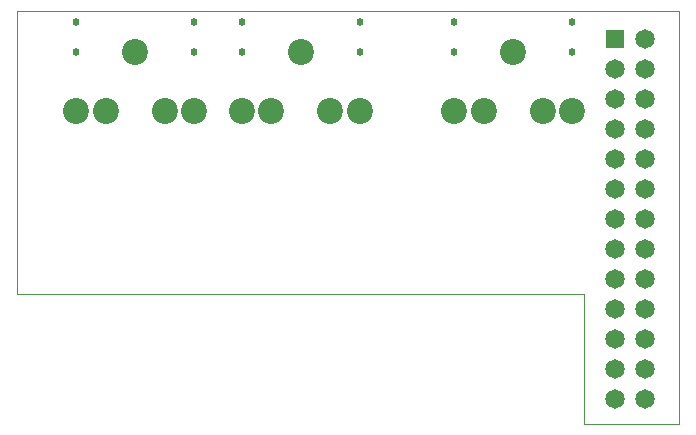
<source format=gbs>
%FSLAX34Y34*%
G04 Gerber Fmt 3.4, Leading zero omitted, Abs format*
G04 (created by PCBNEW (2014-05-22 BZR 4881)-product) date Fri 30 May 2014 10:08:30 PM EDT*
%MOIN*%
G01*
G70*
G90*
G04 APERTURE LIST*
%ADD10C,0.003937*%
%ADD11R,0.064961X0.064961*%
%ADD12C,0.064961*%
%ADD13C,0.024606*%
%ADD14C,0.086614*%
G04 APERTURE END LIST*
G54D10*
X58267Y-48818D02*
X39370Y-48818D01*
X58267Y-53149D02*
X58267Y-48818D01*
X61417Y-53149D02*
X58267Y-53149D01*
X61417Y-39370D02*
X61417Y-53149D01*
X39370Y-39370D02*
X39370Y-48818D01*
X39370Y-39370D02*
X61417Y-39370D01*
G54D11*
X59291Y-40314D03*
G54D12*
X60291Y-40314D03*
X59291Y-41314D03*
X60291Y-41314D03*
X59291Y-42314D03*
X60291Y-42314D03*
X59291Y-43314D03*
X60291Y-43314D03*
X59291Y-44314D03*
X60291Y-44314D03*
X59291Y-45314D03*
X60291Y-45314D03*
X59291Y-46314D03*
X60291Y-46314D03*
X59291Y-47314D03*
X60291Y-47314D03*
X59291Y-48314D03*
X60291Y-48314D03*
X59291Y-49314D03*
X60291Y-49314D03*
X59291Y-50314D03*
X60291Y-50314D03*
X59291Y-51314D03*
X60291Y-51314D03*
X59291Y-52314D03*
X60291Y-52314D03*
G54D13*
X50787Y-39763D03*
X50787Y-40748D03*
X46850Y-39763D03*
X46850Y-40748D03*
G54D14*
X48818Y-40748D03*
X46850Y-42716D03*
X50787Y-42716D03*
X47834Y-42716D03*
X49803Y-42716D03*
G54D13*
X57874Y-39763D03*
X57874Y-40748D03*
X53937Y-39763D03*
X53937Y-40748D03*
G54D14*
X55905Y-40748D03*
X53937Y-42716D03*
X57874Y-42716D03*
X54921Y-42716D03*
X56889Y-42716D03*
G54D13*
X45275Y-39763D03*
X45275Y-40748D03*
X41338Y-39763D03*
X41338Y-40748D03*
G54D14*
X43307Y-40748D03*
X41338Y-42716D03*
X45275Y-42716D03*
X42322Y-42716D03*
X44291Y-42716D03*
M02*

</source>
